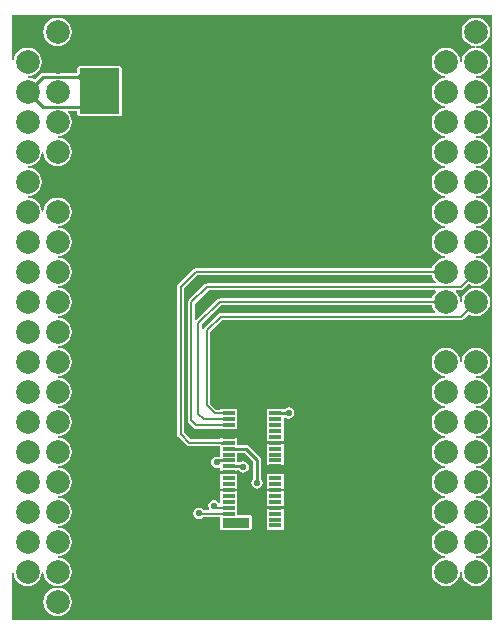
<source format=gbl>
%FSLAX25Y25*%
%MOIN*%
G70*
G01*
G75*
G04 Layer_Physical_Order=2*
G04 Layer_Color=16711680*
%ADD10C,0.02362*%
%ADD11C,0.01000*%
%ADD12C,0.00787*%
%ADD13C,0.00039*%
%ADD14C,0.07874*%
%ADD15C,0.02165*%
%ADD16R,0.03937X0.01378*%
%ADD17R,0.04724X0.05315*%
%ADD18R,0.08900X0.03500*%
G36*
X36600Y169600D02*
X23400D01*
Y184800D01*
X36600D01*
Y169600D01*
D02*
G37*
G36*
X160800Y1000D02*
X800D01*
Y16480D01*
X1299Y16513D01*
X1397Y15767D01*
X1873Y14617D01*
X2630Y13631D01*
X3617Y12873D01*
X4767Y12397D01*
X6000Y12235D01*
X7233Y12397D01*
X8383Y12873D01*
X9369Y13631D01*
X10127Y14617D01*
X10603Y15767D01*
X10750Y16885D01*
X11250D01*
X11397Y15767D01*
X11873Y14617D01*
X12630Y13631D01*
X13617Y12873D01*
X14767Y12397D01*
X15885Y12250D01*
Y11750D01*
X14767Y11603D01*
X13617Y11127D01*
X12630Y10369D01*
X11873Y9383D01*
X11397Y8233D01*
X11235Y7000D01*
X11397Y5767D01*
X11873Y4617D01*
X12630Y3630D01*
X13617Y2873D01*
X14767Y2397D01*
X16000Y2235D01*
X17233Y2397D01*
X18383Y2873D01*
X19369Y3630D01*
X20127Y4617D01*
X20603Y5767D01*
X20765Y7000D01*
X20603Y8233D01*
X20127Y9383D01*
X19369Y10369D01*
X18383Y11127D01*
X17233Y11603D01*
X16115Y11750D01*
Y12250D01*
X17233Y12397D01*
X18383Y12873D01*
X19369Y13631D01*
X20127Y14617D01*
X20603Y15767D01*
X20765Y17000D01*
X20603Y18233D01*
X20127Y19383D01*
X19369Y20369D01*
X18383Y21127D01*
X17233Y21603D01*
X16115Y21750D01*
Y22250D01*
X17233Y22397D01*
X18383Y22873D01*
X19369Y23630D01*
X20127Y24617D01*
X20603Y25767D01*
X20765Y27000D01*
X20603Y28233D01*
X20127Y29383D01*
X19369Y30369D01*
X18383Y31127D01*
X17233Y31603D01*
X16115Y31750D01*
Y32250D01*
X17233Y32397D01*
X18383Y32873D01*
X19369Y33630D01*
X20127Y34617D01*
X20603Y35767D01*
X20765Y37000D01*
X20603Y38233D01*
X20127Y39383D01*
X19369Y40369D01*
X18383Y41127D01*
X17233Y41603D01*
X16115Y41750D01*
Y42250D01*
X17233Y42397D01*
X18383Y42873D01*
X19369Y43630D01*
X20127Y44617D01*
X20603Y45767D01*
X20765Y47000D01*
X20603Y48233D01*
X20127Y49383D01*
X19369Y50370D01*
X18383Y51127D01*
X17233Y51603D01*
X16115Y51750D01*
Y52250D01*
X17233Y52397D01*
X18383Y52873D01*
X19369Y53631D01*
X20127Y54617D01*
X20603Y55767D01*
X20765Y57000D01*
X20603Y58233D01*
X20127Y59383D01*
X19369Y60369D01*
X18383Y61127D01*
X17233Y61603D01*
X16115Y61750D01*
Y62250D01*
X17233Y62397D01*
X18383Y62873D01*
X19369Y63630D01*
X20127Y64617D01*
X20603Y65767D01*
X20765Y67000D01*
X20603Y68233D01*
X20127Y69383D01*
X19369Y70369D01*
X18383Y71127D01*
X17233Y71603D01*
X16115Y71750D01*
Y72250D01*
X17233Y72397D01*
X18383Y72873D01*
X19369Y73630D01*
X20127Y74617D01*
X20603Y75767D01*
X20765Y77000D01*
X20603Y78233D01*
X20127Y79383D01*
X19369Y80370D01*
X18383Y81127D01*
X17233Y81603D01*
X16115Y81750D01*
Y82250D01*
X17233Y82397D01*
X18383Y82873D01*
X19369Y83631D01*
X20127Y84617D01*
X20603Y85767D01*
X20765Y87000D01*
X20603Y88233D01*
X20127Y89383D01*
X19369Y90369D01*
X18383Y91127D01*
X17233Y91603D01*
X16115Y91750D01*
Y92250D01*
X17233Y92397D01*
X18383Y92873D01*
X19369Y93630D01*
X20127Y94617D01*
X20603Y95767D01*
X20765Y97000D01*
X20603Y98233D01*
X20127Y99383D01*
X19369Y100370D01*
X18383Y101127D01*
X17233Y101603D01*
X16115Y101750D01*
Y102250D01*
X17233Y102397D01*
X18383Y102873D01*
X19369Y103630D01*
X20127Y104617D01*
X20603Y105767D01*
X20765Y107000D01*
X20603Y108233D01*
X20127Y109383D01*
X19369Y110370D01*
X18383Y111127D01*
X17233Y111603D01*
X16115Y111750D01*
Y112250D01*
X17233Y112397D01*
X18383Y112873D01*
X19369Y113630D01*
X20127Y114617D01*
X20603Y115767D01*
X20765Y117000D01*
X20603Y118233D01*
X20127Y119383D01*
X19369Y120370D01*
X18383Y121127D01*
X17233Y121603D01*
X16115Y121750D01*
Y122250D01*
X17233Y122397D01*
X18383Y122873D01*
X19369Y123630D01*
X20127Y124617D01*
X20603Y125767D01*
X20765Y127000D01*
X20603Y128233D01*
X20127Y129383D01*
X19369Y130369D01*
X18383Y131127D01*
X17233Y131603D01*
X16115Y131750D01*
Y132250D01*
X17233Y132397D01*
X18383Y132873D01*
X19369Y133631D01*
X20127Y134617D01*
X20603Y135767D01*
X20765Y137000D01*
X20603Y138233D01*
X20127Y139383D01*
X19369Y140369D01*
X18383Y141127D01*
X17233Y141603D01*
X16000Y141765D01*
X14767Y141603D01*
X13617Y141127D01*
X12630Y140369D01*
X11873Y139383D01*
X11397Y138233D01*
X11250Y137115D01*
X10750D01*
X10603Y138233D01*
X10127Y139383D01*
X9369Y140369D01*
X8383Y141127D01*
X7233Y141603D01*
X6115Y141750D01*
Y142250D01*
X7233Y142397D01*
X8383Y142873D01*
X9369Y143631D01*
X10127Y144617D01*
X10603Y145767D01*
X10765Y147000D01*
X10603Y148233D01*
X10127Y149383D01*
X9369Y150370D01*
X8383Y151127D01*
X7233Y151603D01*
X6115Y151750D01*
Y152250D01*
X7233Y152397D01*
X8383Y152873D01*
X9369Y153630D01*
X10127Y154617D01*
X10603Y155767D01*
X10750Y156885D01*
X11250D01*
X11397Y155767D01*
X11873Y154617D01*
X12630Y153630D01*
X13617Y152873D01*
X14767Y152397D01*
X16000Y152235D01*
X17233Y152397D01*
X18383Y152873D01*
X19369Y153630D01*
X20127Y154617D01*
X20603Y155767D01*
X20765Y157000D01*
X20603Y158233D01*
X20127Y159383D01*
X19369Y160370D01*
X18383Y161127D01*
X17233Y161603D01*
X16115Y161750D01*
Y162250D01*
X17233Y162397D01*
X18383Y162873D01*
X19369Y163630D01*
X20127Y164617D01*
X20603Y165767D01*
X20765Y167000D01*
X20603Y168233D01*
X20127Y169383D01*
X19369Y170370D01*
X19444Y170587D01*
X22597D01*
Y169600D01*
X22658Y169293D01*
X22832Y169032D01*
X23093Y168858D01*
X23400Y168797D01*
X36600D01*
X36907Y168858D01*
X37168Y169032D01*
X37342Y169293D01*
X37403Y169600D01*
Y184800D01*
X37342Y185107D01*
X37168Y185368D01*
X36907Y185542D01*
X36600Y185603D01*
X23400D01*
X23093Y185542D01*
X22832Y185368D01*
X22658Y185107D01*
X22597Y184800D01*
Y183479D01*
X22552Y183448D01*
X22461Y183313D01*
X11000D01*
X10498Y183213D01*
X10072Y182928D01*
X8303Y181160D01*
X7233Y181603D01*
X6115Y181750D01*
Y182250D01*
X7233Y182397D01*
X8383Y182873D01*
X9369Y183631D01*
X10127Y184617D01*
X10603Y185767D01*
X10765Y187000D01*
X10603Y188233D01*
X10127Y189383D01*
X9369Y190369D01*
X8383Y191127D01*
X7233Y191603D01*
X6000Y191765D01*
X4767Y191603D01*
X3617Y191127D01*
X2630Y190369D01*
X1873Y189383D01*
X1397Y188233D01*
X1299Y187487D01*
X800Y187520D01*
Y202500D01*
X160800D01*
Y1000D01*
D02*
G37*
%LPC*%
G36*
X91327Y49706D02*
X85815D01*
Y46753D01*
Y44785D01*
X91327D01*
Y46753D01*
Y49706D01*
D02*
G37*
G36*
X75776Y49706D02*
X70264D01*
Y46754D01*
Y44785D01*
X75776D01*
Y46754D01*
Y49706D01*
D02*
G37*
G36*
X91327Y59549D02*
X85815D01*
Y56596D01*
Y54628D01*
Y52659D01*
X91327D01*
Y54628D01*
Y56596D01*
Y59549D01*
D02*
G37*
G36*
Y43801D02*
X85815D01*
Y40848D01*
Y38879D01*
X91327D01*
Y40848D01*
Y43801D01*
D02*
G37*
G36*
Y37895D02*
X85815D01*
Y34942D01*
Y32974D01*
Y31005D01*
X91327D01*
Y32974D01*
Y34942D01*
Y37895D01*
D02*
G37*
G36*
X75776Y43801D02*
X70264D01*
Y40848D01*
Y40089D01*
X69785Y39944D01*
X69448Y40448D01*
X68830Y40862D01*
X68100Y41007D01*
X67370Y40862D01*
X66752Y40448D01*
X66338Y39830D01*
X66193Y39100D01*
X66338Y38370D01*
X66543Y38064D01*
X66307Y37623D01*
X64699D01*
X64548Y37848D01*
X63930Y38262D01*
X63200Y38407D01*
X62470Y38262D01*
X61852Y37848D01*
X61438Y37230D01*
X61293Y36500D01*
X61438Y35770D01*
X61852Y35152D01*
X62470Y34738D01*
X63200Y34593D01*
X63930Y34738D01*
X64548Y35152D01*
X64590Y35215D01*
X70264D01*
Y34942D01*
Y32974D01*
Y31005D01*
X70722D01*
X70793Y30958D01*
X71100Y30897D01*
X80000D01*
X80307Y30958D01*
X80568Y31132D01*
X80742Y31393D01*
X80803Y31700D01*
Y35200D01*
X80742Y35507D01*
X80568Y35768D01*
X80307Y35942D01*
X80000Y36003D01*
X75776D01*
Y36911D01*
Y38879D01*
Y40848D01*
Y43801D01*
D02*
G37*
G36*
X16000Y201765D02*
X14767Y201603D01*
X13617Y201127D01*
X12630Y200370D01*
X11873Y199383D01*
X11397Y198233D01*
X11235Y197000D01*
X11397Y195767D01*
X11873Y194617D01*
X12630Y193631D01*
X13617Y192873D01*
X14767Y192397D01*
X16000Y192235D01*
X17233Y192397D01*
X18383Y192873D01*
X19369Y193631D01*
X20127Y194617D01*
X20603Y195767D01*
X20765Y197000D01*
X20603Y198233D01*
X20127Y199383D01*
X19369Y200370D01*
X18383Y201127D01*
X17233Y201603D01*
X16000Y201765D01*
D02*
G37*
G36*
X155400D02*
X154167Y201603D01*
X153017Y201127D01*
X152031Y200370D01*
X151273Y199383D01*
X150797Y198233D01*
X150635Y197000D01*
X150797Y195767D01*
X151273Y194617D01*
X152031Y193631D01*
X153017Y192873D01*
X154167Y192397D01*
X155285Y192250D01*
Y191750D01*
X154167Y191603D01*
X153017Y191127D01*
X152031Y190369D01*
X151273Y189383D01*
X150797Y188233D01*
X150650Y187115D01*
X150650D01*
X150250D01*
X150137Y187214D01*
X150003Y188233D01*
X149527Y189383D01*
X148769Y190369D01*
X147783Y191127D01*
X146633Y191603D01*
X145400Y191765D01*
X144167Y191603D01*
X143017Y191127D01*
X142031Y190369D01*
X141273Y189383D01*
X140797Y188233D01*
X140635Y187000D01*
X140797Y185767D01*
X141273Y184617D01*
X142031Y183631D01*
X143017Y182873D01*
X144167Y182397D01*
X145150Y182268D01*
X145150D01*
X145285Y182250D01*
Y181750D01*
X144167Y181603D01*
X143017Y181127D01*
X142031Y180369D01*
X141273Y179383D01*
X140797Y178233D01*
X140635Y177000D01*
X140797Y175767D01*
X141273Y174617D01*
X142031Y173630D01*
X143017Y172873D01*
X144167Y172397D01*
X145150Y172268D01*
X145150D01*
X145285Y172250D01*
Y171750D01*
X144167Y171603D01*
X143017Y171127D01*
X142031Y170370D01*
X141273Y169383D01*
X140797Y168233D01*
X140635Y167000D01*
X140797Y165767D01*
X141273Y164617D01*
X142031Y163630D01*
X143017Y162873D01*
X144167Y162397D01*
X145150Y162268D01*
X145150D01*
X145285Y162250D01*
Y161750D01*
X144167Y161603D01*
X143017Y161127D01*
X142031Y160370D01*
X141273Y159383D01*
X140797Y158233D01*
X140635Y157000D01*
X140797Y155767D01*
X141273Y154617D01*
X142031Y153630D01*
X143017Y152873D01*
X144167Y152397D01*
X145150Y152268D01*
X145150D01*
X145285Y152250D01*
Y151750D01*
X144167Y151603D01*
X143017Y151127D01*
X142031Y150370D01*
X141273Y149383D01*
X140797Y148233D01*
X140635Y147000D01*
X140797Y145767D01*
X141273Y144617D01*
X142031Y143631D01*
X143017Y142873D01*
X144167Y142397D01*
X145150Y142268D01*
X145150D01*
X145285Y142250D01*
Y141750D01*
X144167Y141603D01*
X143017Y141127D01*
X142031Y140369D01*
X141273Y139383D01*
X140797Y138233D01*
X140635Y137000D01*
X140797Y135767D01*
X141273Y134617D01*
X142031Y133631D01*
X143017Y132873D01*
X144167Y132397D01*
X145150Y132268D01*
X145150D01*
X145285Y132250D01*
Y131750D01*
X144167Y131603D01*
X143017Y131127D01*
X142031Y130369D01*
X141273Y129383D01*
X140797Y128233D01*
X140635Y127000D01*
X140797Y125767D01*
X141273Y124617D01*
X142031Y123630D01*
X143017Y122873D01*
X144167Y122397D01*
X145150Y122268D01*
X145150D01*
X145285Y122250D01*
Y121750D01*
X144167Y121603D01*
X143017Y121127D01*
X142031Y120370D01*
X141273Y119383D01*
X140797Y118233D01*
X140793Y118204D01*
X62000D01*
X62000Y118204D01*
X61539Y118113D01*
X61149Y117851D01*
X61149Y117851D01*
X56148Y112852D01*
X55887Y112461D01*
X55796Y112000D01*
X55796Y112000D01*
Y62900D01*
X55796Y62900D01*
X55887Y62439D01*
X56148Y62049D01*
X59008Y59189D01*
X59008Y59189D01*
X59398Y58928D01*
X59398Y58928D01*
X59398Y58928D01*
D01*
X59398Y58928D01*
X59398Y58928D01*
X59859Y58837D01*
X59859Y58837D01*
X70085D01*
X70098Y58828D01*
X70264Y58795D01*
Y58565D01*
Y56596D01*
Y55612D01*
Y55448D01*
X69435D01*
X69114Y55384D01*
X69000Y55407D01*
X68270Y55262D01*
X67652Y54848D01*
X67238Y54230D01*
X67093Y53500D01*
X67238Y52770D01*
X67652Y52152D01*
X68270Y51738D01*
X69000Y51593D01*
X69730Y51738D01*
X69823Y51801D01*
X70264Y51565D01*
Y50691D01*
X75776D01*
Y50854D01*
X76350D01*
X76552Y50552D01*
X77170Y50138D01*
X77900Y49993D01*
X78630Y50138D01*
X79248Y50552D01*
X79662Y51170D01*
X79807Y51900D01*
X79662Y52630D01*
X79248Y53248D01*
X78630Y53662D01*
X77900Y53807D01*
X77170Y53662D01*
X76898Y53479D01*
X75776D01*
Y54628D01*
Y56596D01*
Y56760D01*
X78284D01*
X81187Y53856D01*
Y47972D01*
X81152Y47948D01*
X80738Y47330D01*
X80593Y46600D01*
X80738Y45870D01*
X81152Y45252D01*
X81770Y44838D01*
X82500Y44693D01*
X83230Y44838D01*
X83848Y45252D01*
X84262Y45870D01*
X84407Y46600D01*
X84262Y47330D01*
X83848Y47948D01*
X83813Y47972D01*
Y54400D01*
X83713Y54902D01*
X83428Y55328D01*
X79756Y59001D01*
X79330Y59285D01*
X78828Y59385D01*
X75776D01*
Y61517D01*
X70264D01*
Y61287D01*
X70098Y61254D01*
X70085Y61245D01*
X60358D01*
X58204Y63399D01*
Y111501D01*
X62499Y115796D01*
X140793D01*
X140797Y115767D01*
X141273Y114617D01*
X142014Y113653D01*
X141792Y113204D01*
X65800D01*
X65339Y113113D01*
X64948Y112852D01*
X59749Y107651D01*
X59487Y107261D01*
X59396Y106800D01*
X59396Y106800D01*
Y67500D01*
X59396Y67500D01*
X59487Y67039D01*
X59749Y66649D01*
X61348Y65048D01*
X61739Y64787D01*
X62200Y64696D01*
X70264D01*
Y64470D01*
X75776D01*
Y66439D01*
Y68407D01*
Y71360D01*
X70264D01*
Y71088D01*
X68882D01*
X66904Y73066D01*
Y97001D01*
X70799Y100896D01*
X150500D01*
X150500Y100896D01*
X150961Y100987D01*
X151351Y101249D01*
X152994Y102891D01*
X153017Y102873D01*
X154167Y102397D01*
X155400Y102235D01*
X156633Y102397D01*
X157783Y102873D01*
X158770Y103630D01*
X159527Y104617D01*
X160003Y105767D01*
X160165Y107000D01*
X160003Y108233D01*
X159527Y109383D01*
X158770Y110370D01*
X157783Y111127D01*
X156633Y111603D01*
X155400Y111765D01*
X154167Y111603D01*
X153017Y111127D01*
X152031Y110370D01*
X151273Y109383D01*
X150797Y108233D01*
X150650Y107115D01*
X150650D01*
X150250D01*
X150137Y107214D01*
X150003Y108233D01*
X149527Y109383D01*
X148769Y110370D01*
X148914Y110796D01*
X150400D01*
X150400Y110796D01*
X150861Y110887D01*
X151251Y111149D01*
X152994Y112891D01*
X153017Y112873D01*
X154167Y112397D01*
X155400Y112235D01*
X156633Y112397D01*
X157783Y112873D01*
X158770Y113630D01*
X159527Y114617D01*
X160003Y115767D01*
X160165Y117000D01*
X160003Y118233D01*
X159527Y119383D01*
X158770Y120370D01*
X157783Y121127D01*
X156633Y121603D01*
X155515Y121750D01*
Y122250D01*
X155650Y122268D01*
X155650D01*
X156633Y122397D01*
X157783Y122873D01*
X158770Y123630D01*
X159527Y124617D01*
X160003Y125767D01*
X160165Y127000D01*
X160003Y128233D01*
X159527Y129383D01*
X158770Y130369D01*
X157783Y131127D01*
X156633Y131603D01*
X155515Y131750D01*
Y132250D01*
X155650Y132268D01*
X155650D01*
X156633Y132397D01*
X157783Y132873D01*
X158770Y133631D01*
X159527Y134617D01*
X160003Y135767D01*
X160165Y137000D01*
X160003Y138233D01*
X159527Y139383D01*
X158770Y140369D01*
X157783Y141127D01*
X156633Y141603D01*
X155515Y141750D01*
Y142250D01*
X155650Y142268D01*
X155650D01*
X156633Y142397D01*
X157783Y142873D01*
X158770Y143631D01*
X159527Y144617D01*
X160003Y145767D01*
X160165Y147000D01*
X160003Y148233D01*
X159527Y149383D01*
X158770Y150370D01*
X157783Y151127D01*
X156633Y151603D01*
X155515Y151750D01*
Y152250D01*
X155650Y152268D01*
X155650D01*
X156633Y152397D01*
X157783Y152873D01*
X158770Y153630D01*
X159527Y154617D01*
X160003Y155767D01*
X160165Y157000D01*
X160003Y158233D01*
X159527Y159383D01*
X158770Y160370D01*
X157783Y161127D01*
X156633Y161603D01*
X155515Y161750D01*
Y162250D01*
X155650Y162268D01*
X155650D01*
X156633Y162397D01*
X157783Y162873D01*
X158770Y163630D01*
X159527Y164617D01*
X160003Y165767D01*
X160165Y167000D01*
X160003Y168233D01*
X159527Y169383D01*
X158770Y170370D01*
X157783Y171127D01*
X156633Y171603D01*
X155515Y171750D01*
Y172250D01*
X155650Y172268D01*
X155650D01*
X156633Y172397D01*
X157783Y172873D01*
X158770Y173630D01*
X159527Y174617D01*
X160003Y175767D01*
X160165Y177000D01*
X160003Y178233D01*
X159527Y179383D01*
X158770Y180369D01*
X157783Y181127D01*
X156633Y181603D01*
X155515Y181750D01*
Y182250D01*
X155650Y182268D01*
X155650D01*
X156633Y182397D01*
X157783Y182873D01*
X158770Y183631D01*
X159527Y184617D01*
X160003Y185767D01*
X160165Y187000D01*
X160003Y188233D01*
X159527Y189383D01*
X158770Y190369D01*
X157783Y191127D01*
X156633Y191603D01*
X155515Y191750D01*
Y192250D01*
X156633Y192397D01*
X157783Y192873D01*
X158770Y193631D01*
X159527Y194617D01*
X160003Y195767D01*
X160165Y197000D01*
X160003Y198233D01*
X159527Y199383D01*
X158770Y200370D01*
X157783Y201127D01*
X156633Y201603D01*
X155400Y201765D01*
D02*
G37*
G36*
X93000Y71907D02*
X92270Y71762D01*
X91652Y71348D01*
X91403Y71304D01*
X91327Y71360D01*
Y71360D01*
X85815D01*
Y68407D01*
Y66439D01*
Y64470D01*
Y62502D01*
Y60533D01*
X91327D01*
Y62502D01*
Y64470D01*
Y66439D01*
Y68407D01*
Y68571D01*
X91773D01*
X92270Y68238D01*
X93000Y68093D01*
X93730Y68238D01*
X94348Y68652D01*
X94762Y69270D01*
X94907Y70000D01*
X94762Y70730D01*
X94348Y71348D01*
X93730Y71762D01*
X93000Y71907D01*
D02*
G37*
G36*
X155400Y91765D02*
X154167Y91603D01*
X153017Y91127D01*
X152031Y90369D01*
X151273Y89383D01*
X150797Y88233D01*
X150650Y87115D01*
X150650D01*
X150250D01*
X150137Y87214D01*
X150003Y88233D01*
X149527Y89383D01*
X148769Y90369D01*
X147783Y91127D01*
X146633Y91603D01*
X145400Y91765D01*
X144167Y91603D01*
X143017Y91127D01*
X142031Y90369D01*
X141273Y89383D01*
X140797Y88233D01*
X140635Y87000D01*
X140797Y85767D01*
X141273Y84617D01*
X142031Y83631D01*
X143017Y82873D01*
X144167Y82397D01*
X145150Y82268D01*
X145150D01*
X145285Y82250D01*
Y81750D01*
X144167Y81603D01*
X143017Y81127D01*
X142031Y80370D01*
X141273Y79383D01*
X140797Y78233D01*
X140635Y77000D01*
X140797Y75767D01*
X141273Y74617D01*
X142031Y73630D01*
X143017Y72873D01*
X144167Y72397D01*
X145150Y72268D01*
X145150D01*
X145285Y72250D01*
Y71750D01*
X144167Y71603D01*
X143017Y71127D01*
X142031Y70369D01*
X141273Y69383D01*
X140797Y68233D01*
X140635Y67000D01*
X140797Y65767D01*
X141273Y64617D01*
X142031Y63630D01*
X143017Y62873D01*
X144167Y62397D01*
X145150Y62268D01*
X145150D01*
X145285Y62250D01*
Y61750D01*
X144167Y61603D01*
X143017Y61127D01*
X142031Y60369D01*
X141273Y59383D01*
X140797Y58233D01*
X140635Y57000D01*
X140797Y55767D01*
X141273Y54617D01*
X142031Y53631D01*
X143017Y52873D01*
X144167Y52397D01*
X145150Y52268D01*
X145150D01*
X145285Y52250D01*
Y51750D01*
X144167Y51603D01*
X143017Y51127D01*
X142031Y50370D01*
X141273Y49383D01*
X140797Y48233D01*
X140635Y47000D01*
X140797Y45767D01*
X141273Y44617D01*
X142031Y43630D01*
X143017Y42873D01*
X144167Y42397D01*
X145150Y42268D01*
X145150D01*
X145285Y42250D01*
Y41750D01*
X144167Y41603D01*
X143017Y41127D01*
X142031Y40369D01*
X141273Y39383D01*
X140797Y38233D01*
X140635Y37000D01*
X140797Y35767D01*
X141273Y34617D01*
X142031Y33630D01*
X143017Y32873D01*
X144167Y32397D01*
X145150Y32268D01*
X145150D01*
X145285Y32250D01*
Y31750D01*
X144167Y31603D01*
X143017Y31127D01*
X142031Y30369D01*
X141273Y29383D01*
X140797Y28233D01*
X140635Y27000D01*
X140797Y25767D01*
X141273Y24617D01*
X142031Y23630D01*
X143017Y22873D01*
X144167Y22397D01*
X145150Y22268D01*
X145150D01*
X145285Y22250D01*
Y21750D01*
X144167Y21603D01*
X143017Y21127D01*
X142031Y20369D01*
X141273Y19383D01*
X140797Y18233D01*
X140635Y17000D01*
X140797Y15767D01*
X141273Y14617D01*
X142031Y13631D01*
X143017Y12873D01*
X144167Y12397D01*
X145400Y12235D01*
X146633Y12397D01*
X147783Y12873D01*
X148769Y13631D01*
X149527Y14617D01*
X150003Y15767D01*
X150150Y16885D01*
X150650D01*
X150797Y15767D01*
X151273Y14617D01*
X152031Y13631D01*
X153017Y12873D01*
X154167Y12397D01*
X155400Y12235D01*
X156633Y12397D01*
X157783Y12873D01*
X158770Y13631D01*
X159527Y14617D01*
X160003Y15767D01*
X160165Y17000D01*
X160003Y18233D01*
X159527Y19383D01*
X158770Y20369D01*
X157783Y21127D01*
X156633Y21603D01*
X155515Y21750D01*
Y22250D01*
X155650Y22268D01*
X155650D01*
X156633Y22397D01*
X157783Y22873D01*
X158770Y23630D01*
X159527Y24617D01*
X160003Y25767D01*
X160165Y27000D01*
X160003Y28233D01*
X159527Y29383D01*
X158770Y30369D01*
X157783Y31127D01*
X156633Y31603D01*
X155515Y31750D01*
Y32250D01*
X155650Y32268D01*
X155650D01*
X156633Y32397D01*
X157783Y32873D01*
X158770Y33630D01*
X159527Y34617D01*
X160003Y35767D01*
X160165Y37000D01*
X160003Y38233D01*
X159527Y39383D01*
X158770Y40369D01*
X157783Y41127D01*
X156633Y41603D01*
X155515Y41750D01*
Y42250D01*
X155650Y42268D01*
X155650D01*
X156633Y42397D01*
X157783Y42873D01*
X158770Y43630D01*
X159527Y44617D01*
X160003Y45767D01*
X160165Y47000D01*
X160003Y48233D01*
X159527Y49383D01*
X158770Y50370D01*
X157783Y51127D01*
X156633Y51603D01*
X155515Y51750D01*
Y52250D01*
X155650Y52268D01*
X155650D01*
X156633Y52397D01*
X157783Y52873D01*
X158770Y53631D01*
X159527Y54617D01*
X160003Y55767D01*
X160165Y57000D01*
X160003Y58233D01*
X159527Y59383D01*
X158770Y60369D01*
X157783Y61127D01*
X156633Y61603D01*
X155515Y61750D01*
Y62250D01*
X155650Y62268D01*
X155650D01*
X156633Y62397D01*
X157783Y62873D01*
X158770Y63630D01*
X159527Y64617D01*
X160003Y65767D01*
X160165Y67000D01*
X160003Y68233D01*
X159527Y69383D01*
X158770Y70369D01*
X157783Y71127D01*
X156633Y71603D01*
X155515Y71750D01*
Y72250D01*
X155650Y72268D01*
X155650D01*
X156633Y72397D01*
X157783Y72873D01*
X158770Y73630D01*
X159527Y74617D01*
X160003Y75767D01*
X160165Y77000D01*
X160003Y78233D01*
X159527Y79383D01*
X158770Y80370D01*
X157783Y81127D01*
X156633Y81603D01*
X155515Y81750D01*
Y82250D01*
X155650Y82268D01*
X155650D01*
X156633Y82397D01*
X157783Y82873D01*
X158770Y83631D01*
X159527Y84617D01*
X160003Y85767D01*
X160165Y87000D01*
X160003Y88233D01*
X159527Y89383D01*
X158770Y90369D01*
X157783Y91127D01*
X156633Y91603D01*
X155400Y91765D01*
D02*
G37*
%LPD*%
G36*
X140797Y105767D02*
X141273Y104617D01*
X141937Y103753D01*
X141716Y103304D01*
X70300D01*
X69839Y103213D01*
X69449Y102952D01*
X69449Y102952D01*
X64849Y98352D01*
X64587Y97961D01*
X64104Y98057D01*
Y99301D01*
X70599Y105796D01*
X140793D01*
X140797Y105767D01*
D02*
G37*
G36*
X142014Y110347D02*
X141273Y109383D01*
X140797Y108233D01*
X140793Y108204D01*
X70100D01*
X70100Y108204D01*
X69639Y108113D01*
X69248Y107852D01*
X69248Y107852D01*
X62266Y100869D01*
X61804Y101061D01*
Y106301D01*
X66299Y110796D01*
X141792D01*
X142014Y110347D01*
D02*
G37*
D11*
X11000Y182000D02*
X29000D01*
X11100Y171900D02*
X29300D01*
X6000Y177000D02*
X11100Y171900D01*
X6000Y177000D02*
X11000Y182000D01*
X70600Y60041D02*
X73020D01*
X88571Y69884D02*
X93000D01*
X82500Y46600D02*
Y54400D01*
X78828Y58072D02*
X82500Y54400D01*
X68900Y53600D02*
X69435Y54135D01*
X77433Y52167D02*
X77800Y51800D01*
X73020Y52167D02*
X77433D01*
X69435Y54135D02*
X73020D01*
Y58072D02*
X78828D01*
D12*
X63200Y36419D02*
X73020D01*
X72799Y34230D02*
X73020Y34450D01*
X67900Y39100D02*
X68613Y38387D01*
X73020D01*
X65700Y72567D02*
X68384Y69884D01*
X65700Y72567D02*
Y97500D01*
X70300Y102100D01*
X150500D01*
X155400Y107000D01*
X64685Y67915D02*
X73020D01*
X62900Y69700D02*
X64685Y67915D01*
X62200Y65900D02*
X73020D01*
X60600Y67500D02*
X62200Y65900D01*
X62900Y69700D02*
Y99800D01*
X70100Y107000D01*
X145400D01*
X60600Y67500D02*
Y106800D01*
X65800Y112000D01*
X150400D01*
X155400Y117000D01*
X62000D02*
X145400D01*
X57000Y112000D02*
X62000Y117000D01*
X57000Y62900D02*
Y112000D01*
X59859Y60041D02*
X70600D01*
X57000Y62900D02*
X59859Y60041D01*
X68384Y69884D02*
X73020D01*
D14*
X145400Y197000D02*
D03*
Y187000D02*
D03*
Y177000D02*
D03*
Y167000D02*
D03*
Y157000D02*
D03*
Y147000D02*
D03*
Y137000D02*
D03*
Y127000D02*
D03*
Y117000D02*
D03*
Y107000D02*
D03*
Y97000D02*
D03*
Y87000D02*
D03*
Y77000D02*
D03*
Y67000D02*
D03*
Y57000D02*
D03*
Y47000D02*
D03*
Y37000D02*
D03*
Y27000D02*
D03*
Y17000D02*
D03*
Y7000D02*
D03*
X155400D02*
D03*
Y17000D02*
D03*
Y27000D02*
D03*
Y37000D02*
D03*
Y47000D02*
D03*
Y57000D02*
D03*
Y67000D02*
D03*
Y77000D02*
D03*
Y87000D02*
D03*
Y97000D02*
D03*
Y107000D02*
D03*
Y117000D02*
D03*
Y127000D02*
D03*
Y137000D02*
D03*
Y147000D02*
D03*
Y157000D02*
D03*
Y167000D02*
D03*
Y177000D02*
D03*
Y187000D02*
D03*
Y197000D02*
D03*
X6000D02*
D03*
Y187000D02*
D03*
Y177000D02*
D03*
Y167000D02*
D03*
Y157000D02*
D03*
Y147000D02*
D03*
Y137000D02*
D03*
Y127000D02*
D03*
Y117000D02*
D03*
Y107000D02*
D03*
Y97000D02*
D03*
Y87000D02*
D03*
Y77000D02*
D03*
Y67000D02*
D03*
Y57000D02*
D03*
Y47000D02*
D03*
Y37000D02*
D03*
Y27000D02*
D03*
Y17000D02*
D03*
Y7000D02*
D03*
X16000D02*
D03*
Y17000D02*
D03*
Y27000D02*
D03*
Y37000D02*
D03*
Y47000D02*
D03*
Y57000D02*
D03*
Y67000D02*
D03*
Y77000D02*
D03*
Y87000D02*
D03*
Y97000D02*
D03*
Y107000D02*
D03*
Y117000D02*
D03*
Y127000D02*
D03*
Y137000D02*
D03*
Y147000D02*
D03*
Y157000D02*
D03*
Y167000D02*
D03*
Y177000D02*
D03*
Y187000D02*
D03*
Y197000D02*
D03*
D15*
X34500Y171700D02*
D03*
X23900Y182100D02*
D03*
X26400D02*
D03*
X24300Y172100D02*
D03*
X26900Y172200D02*
D03*
X29500Y172100D02*
D03*
X29000Y182100D02*
D03*
X78700Y33600D02*
D03*
X63200Y36500D02*
D03*
X68100Y39100D02*
D03*
X93000Y70000D02*
D03*
X77900Y51900D02*
D03*
X69000Y53500D02*
D03*
X82500Y46600D02*
D03*
D16*
X73020Y34450D02*
D03*
Y32482D02*
D03*
Y36419D02*
D03*
Y38387D02*
D03*
Y40356D02*
D03*
Y42324D02*
D03*
Y44293D02*
D03*
Y46261D02*
D03*
Y48230D02*
D03*
Y50198D02*
D03*
Y52167D02*
D03*
Y54135D02*
D03*
Y56104D02*
D03*
Y58072D02*
D03*
Y60041D02*
D03*
Y62010D02*
D03*
Y63978D02*
D03*
Y65947D02*
D03*
Y67915D02*
D03*
Y69884D02*
D03*
X88571Y69884D02*
D03*
Y67915D02*
D03*
Y65946D02*
D03*
Y63978D02*
D03*
Y62009D02*
D03*
Y60041D02*
D03*
Y58072D02*
D03*
Y56104D02*
D03*
Y54135D02*
D03*
Y52167D02*
D03*
Y50198D02*
D03*
Y48230D02*
D03*
Y46261D02*
D03*
Y44293D02*
D03*
Y42324D02*
D03*
Y40356D02*
D03*
Y38387D02*
D03*
Y36419D02*
D03*
Y34450D02*
D03*
Y32482D02*
D03*
D17*
X86701Y27954D02*
D03*
X74890D02*
D03*
Y74509D02*
D03*
X86701D02*
D03*
D18*
X75550Y33450D02*
D03*
M02*

</source>
